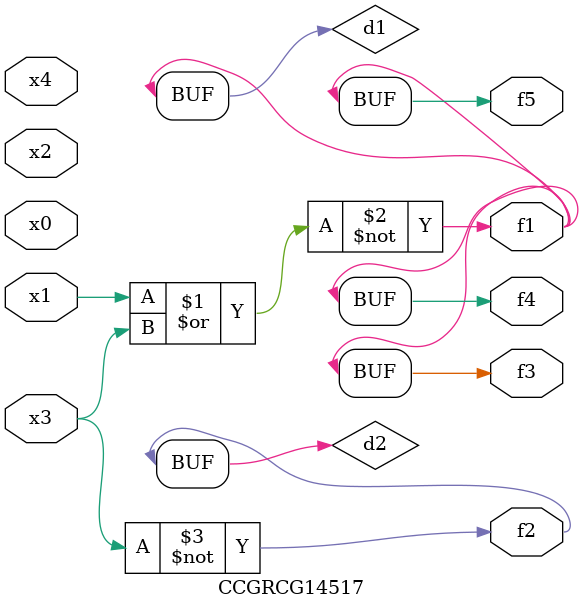
<source format=v>
module CCGRCG14517(
	input x0, x1, x2, x3, x4,
	output f1, f2, f3, f4, f5
);

	wire d1, d2;

	nor (d1, x1, x3);
	not (d2, x3);
	assign f1 = d1;
	assign f2 = d2;
	assign f3 = d1;
	assign f4 = d1;
	assign f5 = d1;
endmodule

</source>
